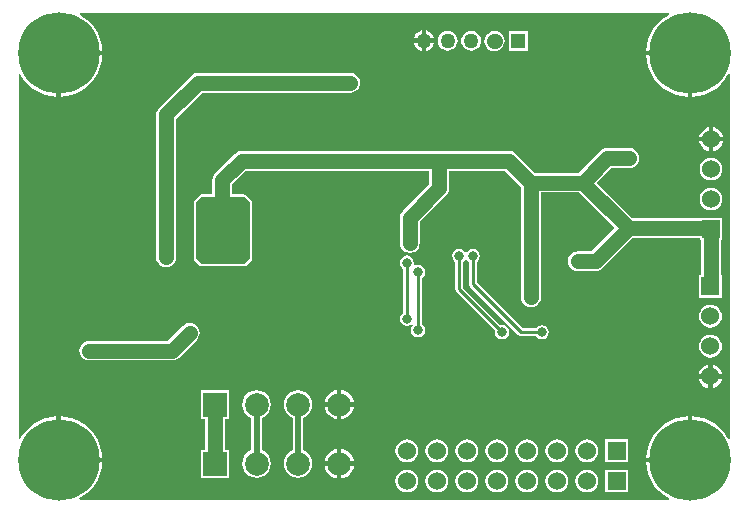
<source format=gbr>
%FSTAX23Y23*%
%MOIN*%
%SFA1B1*%

%IPPOS*%
%ADD23C,0.050000*%
%ADD24C,0.010000*%
%ADD27C,0.009842*%
%ADD28C,0.019685*%
%ADD29C,0.060000*%
%ADD30R,0.060000X0.060000*%
%ADD31C,0.050000*%
%ADD32R,0.050000X0.050000*%
%ADD33C,0.078740*%
%ADD34R,0.078740X0.078740*%
%ADD35R,0.060000X0.060000*%
%ADD36C,0.271654*%
%ADD37C,0.039370*%
%ADD38C,0.031496*%
%LNpcb1_copper_signal_bot-1*%
%LPD*%
G36*
X02179Y01628D02*
X02162Y01618D01*
X02144Y01603*
X02129Y01585*
X02117Y01566*
X02108Y01545*
X02103Y01522*
X02102Y01507*
X02248*
Y015*
X02255*
Y01354*
X0227Y01355*
X02293Y0136*
X02314Y01369*
X02334Y01381*
X02351Y01396*
X02366Y01414*
X02376Y0143*
X02381Y01429*
Y00214*
X02376Y00213*
X02366Y00229*
X02351Y00247*
X02334Y00262*
X02314Y00274*
X02293Y00282*
X0227Y00288*
X02255Y00289*
Y00143*
X02248*
Y00135*
X02102*
X02103Y0012*
X02108Y00098*
X02117Y00077*
X02129Y00057*
X02144Y0004*
X02162Y00025*
X02178Y00015*
X02177Y0001*
X00214Y0001*
X00212Y00015*
X00229Y00025*
X00247Y0004*
X00262Y00057*
X00274Y00077*
X00282Y00098*
X00288Y0012*
X00289Y00135*
X00143*
Y00143*
X00135*
Y00289*
X0012Y00288*
X00098Y00282*
X00077Y00274*
X00057Y00262*
X0004Y00247*
X00025Y00229*
X00015Y00213*
X0001Y00214*
Y01429*
X00015Y0143*
X00025Y01414*
X0004Y01396*
X00057Y01381*
X00077Y01369*
X00098Y0136*
X0012Y01355*
X00135Y01354*
Y015*
X00143*
Y01507*
X00289*
X00288Y01522*
X00282Y01545*
X00274Y01566*
X00262Y01585*
X00247Y01603*
X00229Y01618*
X00213Y01628*
X00214Y01633*
X02177Y01633*
X02179Y01628*
G37*
%LNpcb1_copper_signal_bot-2*%
%LPC*%
G36*
X01369Y01575D02*
Y01549D01*
X01395*
X01395Y0155*
X01392Y01558*
X01386Y01566*
X01379Y01571*
X0137Y01575*
X01369Y01575*
G37*
G36*
X01353Y01575D02*
X01352Y01575D01*
X01343Y01571*
X01336Y01566*
X0133Y01558*
X01327Y0155*
X01327Y01549*
X01353*
Y01575*
G37*
G36*
X01709Y01574D02*
X01643D01*
Y01508*
X01709*
Y01574*
G37*
G36*
X01518Y01574D02*
X0151Y01573D01*
X01502Y0157*
X01495Y01564*
X0149Y01557*
X01486Y01549*
X01485Y01541*
X01486Y01532*
X0149Y01524*
X01495Y01517*
X01502Y01512*
X0151Y01509*
X01518Y01508*
X01527Y01509*
X01535Y01512*
X01542Y01517*
X01547Y01524*
X01551Y01532*
X01552Y01541*
X01551Y01549*
X01547Y01557*
X01542Y01564*
X01535Y0157*
X01527Y01573*
X01518Y01574*
G37*
G36*
X0144D02*
X01431Y01573D01*
X01423Y0157*
X01416Y01564*
X01411Y01557*
X01408Y01549*
X01407Y01541*
X01408Y01532*
X01411Y01524*
X01416Y01517*
X01423Y01512*
X01431Y01509*
X0144Y01508*
X01448Y01509*
X01456Y01512*
X01463Y01517*
X01468Y01524*
X01472Y01532*
X01473Y01541*
X01472Y01549*
X01468Y01557*
X01463Y01564*
X01456Y0157*
X01448Y01573*
X0144Y01574*
G37*
G36*
X01395Y01533D02*
X01369D01*
Y01507*
X0137Y01507*
X01379Y0151*
X01386Y01516*
X01392Y01523*
X01395Y01532*
X01395Y01533*
G37*
G36*
X01353D02*
X01327D01*
X01327Y01532*
X0133Y01523*
X01336Y01516*
X01343Y0151*
X01352Y01507*
X01353Y01507*
Y01533*
G37*
G36*
X01597Y01574D02*
X01589Y01573D01*
X01581Y0157*
X01574Y01564*
X01572Y01562*
X01567Y01555*
X01563Y01547*
X01562Y01539*
X01563Y0153*
X01567Y01522*
X01572Y01515*
X01579Y0151*
X01587Y01507*
X01595Y01506*
X01604Y01507*
X01612Y0151*
X01619Y01515*
X01621Y01517*
X01621Y01517*
X01626Y01524*
X01629Y01532*
X0163Y01541*
X01629Y01549*
X01626Y01557*
X01621Y01564*
X01614Y0157*
X01606Y01573*
X01597Y01574*
G37*
G36*
X0224Y01492D02*
X02102D01*
X02103Y01477*
X02108Y01454*
X02117Y01433*
X02129Y01414*
X02144Y01396*
X02162Y01381*
X02181Y01369*
X02202Y0136*
X02225Y01355*
X0224Y01354*
Y01492*
G37*
G36*
X00289D02*
X00151D01*
Y01354*
X00166Y01355*
X00188Y0136*
X0021Y01369*
X00229Y01381*
X00247Y01396*
X00262Y01414*
X00274Y01433*
X00282Y01454*
X00288Y01477*
X00289Y01492*
G37*
G36*
X02326Y01252D02*
Y01221D01*
X02358*
X02357Y01223*
X02353Y01233*
X02347Y01241*
X02338Y01248*
X02329Y01252*
X02326Y01252*
G37*
G36*
X0231D02*
X02308Y01252D01*
X02298Y01248*
X0229Y01241*
X02283Y01233*
X02279Y01223*
X02279Y01221*
X0231*
Y01252*
G37*
G36*
X02358Y01205D02*
X02326D01*
Y01173*
X02329Y01174*
X02338Y01178*
X02347Y01184*
X02353Y01193*
X02357Y01202*
X02358Y01205*
G37*
G36*
X0231D02*
X02279D01*
X02279Y01202*
X02283Y01193*
X0229Y01184*
X02298Y01178*
X02308Y01174*
X0231Y01173*
Y01205*
G37*
G36*
X02045Y01183D02*
X01972D01*
X01963Y01182*
X01955Y01179*
X01949Y01173*
X01877Y01101*
X01731*
X01668Y01164*
X01661Y0117*
X01653Y01173*
X01645Y01174*
X00754*
X00746Y01173*
X00738Y0117*
X00731Y01164*
X00666Y01099*
X00661Y01092*
X00657Y01084*
X00656Y01076*
Y01029*
X00619*
X00619*
X00616Y01028*
X00614Y01026*
X00596Y01008*
X00594Y01006*
X00593Y01003*
Y00817*
X00594Y00814*
X00596Y00811*
X00616Y00791*
X00618Y00789*
X00621Y00789*
X00761*
X00764Y00789*
X00767Y00791*
Y00791*
X00787Y00811*
X00787*
X00789Y00814*
X00789Y00817*
X00789Y01002*
X00789Y01005*
X00787Y01007*
X00768Y01026*
X00765Y01028*
X00762Y01029*
X00722Y01029*
Y01062*
X00768Y01108*
X01379*
Y01063*
X01291Y00974*
X01286Y00967*
X01282Y00959*
X01281Y00951*
Y00867*
X01282Y00858*
X01286Y0085*
X01291Y00843*
X01298Y00838*
X01306Y00835*
X01314Y00834*
X01323Y00835*
X01331Y00838*
X01338Y00843*
X01343Y0085*
X01346Y00858*
X01347Y00867*
Y00937*
X01436Y01025*
X01441Y01032*
X01444Y0104*
X01445Y01049*
Y01108*
X01631*
X01684Y01054*
Y00686*
X01686Y00677*
X01689Y00669*
X01694Y00662*
X01701Y00657*
X01709Y00654*
X01718Y00653*
X01726Y00654*
X01734Y00657*
X01741Y00662*
X01746Y00669*
X0175Y00677*
X01751Y00686*
Y01035*
X01877*
X01996Y00916*
X01919Y00839*
X01873*
X01865Y00838*
X01857Y00835*
X0185Y00829*
X01845Y00822*
X01841Y00814*
X0184Y00806*
X01841Y00797*
X01845Y00789*
X0185Y00782*
X01857Y00777*
X01865Y00774*
X01873Y00773*
X01933*
X01941Y00774*
X01949Y00777*
X01956Y00782*
X02056Y00883*
X0228*
Y00875*
X02284*
Y0076*
X02278*
Y00684*
X02354*
Y0076*
X0235*
Y00875*
X02356*
Y00951*
X0228*
Y00949*
X02056*
X01937Y01068*
X01986Y01117*
X02045*
X02054Y01118*
X02062Y01121*
X02069Y01126*
X02074Y01133*
X02077Y01141*
X02078Y0115*
X02077Y01158*
X02074Y01166*
X02069Y01173*
X02062Y01179*
X02054Y01182*
X02045Y01183*
G37*
G36*
X02318Y01151D02*
X02308Y0115D01*
X02299Y01146*
X02291Y0114*
X02285Y01132*
X02281Y01123*
X0228Y01113*
X02281Y01103*
X02285Y01094*
X02291Y01086*
X02299Y0108*
X02308Y01076*
X02318Y01075*
X02328Y01076*
X02337Y0108*
X02345Y01086*
X02351Y01094*
X02355Y01103*
X02356Y01113*
X02355Y01123*
X02351Y01132*
X02345Y0114*
X02337Y01146*
X02328Y0115*
X02318Y01151*
G37*
G36*
Y01051D02*
X02308Y0105D01*
X02299Y01046*
X02291Y0104*
X02285Y01032*
X02281Y01023*
X0228Y01013*
X02281Y01003*
X02285Y00994*
X02291Y00986*
X02299Y0098*
X02308Y00976*
X02318Y00975*
X02328Y00976*
X02337Y0098*
X02345Y00986*
X02351Y00994*
X02355Y01003*
X02356Y01013*
X02355Y01023*
X02351Y01032*
X02345Y0104*
X02337Y01046*
X02328Y0105*
X02318Y01051*
G37*
G36*
X01115Y01434D02*
X00607D01*
X00599Y01433*
X00591Y0143*
X00584Y01424*
X00478Y01318*
X00473Y01311*
X00469Y01303*
X00468Y01295*
Y00819*
X00469Y0081*
X00473Y00802*
X00478Y00795*
X00485Y0079*
X00493Y00787*
X00501Y00786*
X0051Y00787*
X00518Y0079*
X00525Y00795*
X0053Y00802*
X00533Y0081*
X00535Y00819*
Y01281*
X00621Y01368*
X01115*
X01124Y01369*
X01132Y01372*
X01139Y01377*
X01144Y01384*
X01147Y01392*
X01148Y01401*
X01147Y01409*
X01144Y01417*
X01139Y01424*
X01132Y0143*
X01124Y01433*
X01115Y01434*
G37*
G36*
X02316Y0066D02*
X02306Y00659D01*
X02297Y00655*
X02289Y00649*
X02283Y00641*
X02279Y00632*
X02278Y00622*
X02279Y00612*
X02283Y00603*
X02289Y00595*
X02297Y00589*
X02306Y00585*
X02316Y00584*
X02326Y00585*
X02335Y00589*
X02343Y00595*
X02349Y00603*
X02353Y00612*
X02354Y00622*
X02353Y00632*
X02349Y00641*
X02343Y00649*
X02335Y00655*
X02326Y00659*
X02316Y0066*
G37*
G36*
X01304Y00825D02*
X01295Y00823D01*
X01287Y00818*
X01282Y0081*
X0128Y00801*
X01282Y00792*
X01287Y00784*
X01291Y00781*
Y00633*
X01287Y00631*
X01282Y00623*
X0128Y00614*
X01282Y00605*
X01287Y00597*
X01295Y00592*
X01304Y0059*
X01313Y00592*
X01321Y00596*
X01324Y00593*
X01319Y00585*
X01317Y00576*
X01319Y00567*
X01324Y00559*
X01332Y00554*
X01341Y00552*
X0135Y00554*
X01358Y00559*
X01363Y00567*
X01365Y00576*
X01363Y00585*
X01358Y00593*
X01354Y00595*
Y00751*
X01358Y00753*
X01363Y00761*
X01365Y0077*
X01363Y00779*
X01358Y00787*
X0135Y00792*
X01341Y00794*
X01332Y00792*
X01327Y00796*
X01328Y00801*
X01326Y0081*
X01321Y00818*
X01313Y00823*
X01304Y00825*
G37*
G36*
X01479Y00848D02*
X0147Y00846D01*
X01462Y00841*
X01457Y00833*
X01455Y00824*
X01457Y00815*
X01462Y00807*
X01466Y00804*
Y00712*
X01467Y00707*
X0147Y00703*
X01598Y00575*
X01597Y0057*
X01598Y00561*
X01604Y00553*
X01612Y00548*
X01621Y00546*
X0163Y00548*
X01638Y00553*
X01643Y00561*
X01645Y0057*
X01643Y0058*
X01638Y00587*
X0163Y00593*
X01621Y00594*
X01616Y00593*
X01492Y00717*
Y00804*
X01496Y00807*
X01498Y0081*
X01504*
X01507Y00807*
X01511Y00804*
Y0073*
X01512Y00725*
X01514Y00721*
X01676Y0056*
X0168Y00557*
X01685Y00556*
X01735*
X01737Y00552*
X01745Y00547*
X01754Y00545*
X01763Y00547*
X01771Y00552*
X01776Y0056*
X01778Y00569*
X01776Y00578*
X01771Y00586*
X01763Y00591*
X01754Y00593*
X01745Y00591*
X01737Y00586*
X01735Y00582*
X01691*
X01537Y00736*
Y00804*
X01541Y00807*
X01546Y00814*
X01548Y00824*
X01546Y00833*
X01541Y00841*
X01533Y00846*
X01524Y00848*
X01515Y00846*
X01507Y00841*
X01505Y00837*
X01499*
X01496Y00841*
X01488Y00846*
X01479Y00848*
G37*
G36*
X02316Y0056D02*
X02306Y00559D01*
X02297Y00555*
X02289Y00549*
X02283Y00541*
X02279Y00532*
X02278Y00522*
X02279Y00512*
X02283Y00503*
X02289Y00495*
X02297Y00489*
X02306Y00485*
X02316Y00484*
X02326Y00485*
X02335Y00489*
X02343Y00495*
X02349Y00503*
X02353Y00512*
X02354Y00522*
X02353Y00532*
X02349Y00541*
X02343Y00549*
X02335Y00555*
X02326Y00559*
X02316Y0056*
G37*
G36*
X0058Y00601D02*
X00572Y006D01*
X00564Y00597*
X00557Y00591*
X00506Y00541*
X00245*
X00237Y0054*
X00229Y00537*
X00222Y00531*
X00217Y00524*
X00213Y00516*
X00212Y00508*
X00213Y00499*
X00217Y00491*
X00222Y00484*
X00229Y00479*
X00237Y00476*
X00245Y00475*
X0052*
X00529Y00476*
X00537Y00479*
X00544Y00484*
X00604Y00544*
X00609Y00551*
X00612Y00559*
X00613Y00568*
X00612Y00576*
X00609Y00584*
X00604Y00591*
X00597Y00597*
X00589Y006*
X0058Y00601*
G37*
G36*
X02324Y00461D02*
Y0043D01*
X02356*
X02355Y00432*
X02351Y00442*
X02345Y0045*
X02336Y00457*
X02327Y00461*
X02324Y00461*
G37*
G36*
X02308D02*
X02306Y00461D01*
X02296Y00457*
X02288Y0045*
X02281Y00442*
X02277Y00432*
X02277Y0043*
X02308*
Y00461*
G37*
G36*
Y00414D02*
X02277D01*
X02277Y00411*
X02281Y00402*
X02288Y00393*
X02296Y00387*
X02306Y00383*
X02308Y00382*
Y00414*
G37*
G36*
X02356D02*
X02324D01*
Y00382*
X02327Y00383*
X02336Y00387*
X02345Y00393*
X02351Y00402*
X02355Y00411*
X02356Y00414*
G37*
G36*
X01086Y00377D02*
Y00336D01*
X01127*
X01127Y00341*
X01122Y00353*
X01114Y00363*
X01104Y00371*
X01092Y00376*
X01086Y00377*
G37*
G36*
X01071D02*
X01066Y00376D01*
X01054Y00371*
X01043Y00363*
X01035Y00353*
X01031Y00341*
X0103Y00336*
X01071*
Y00377*
G37*
G36*
X01127Y0032D02*
X01086D01*
Y00279*
X01092Y0028*
X01104Y00285*
X01114Y00293*
X01122Y00303*
X01127Y00315*
X01127Y0032*
G37*
G36*
X01071D02*
X0103D01*
X01031Y00315*
X01035Y00303*
X01043Y00293*
X01054Y00285*
X01066Y0028*
X01071Y00279*
Y0032*
G37*
G36*
X0224Y00289D02*
X02225Y00288D01*
X02202Y00282*
X02181Y00274*
X02162Y00262*
X02144Y00247*
X02129Y00229*
X02117Y0021*
X02108Y00188*
X02103Y00166*
X02102Y00151*
X0224*
Y00289*
G37*
G36*
X00151D02*
Y00151D01*
X00289*
X00288Y00166*
X00282Y00188*
X00274Y0021*
X00262Y00229*
X00247Y00247*
X00229Y00262*
X0021Y00274*
X00188Y00282*
X00166Y00288*
X00151Y00289*
G37*
G36*
X01086Y0018D02*
Y00139D01*
X01127*
X01127Y00144*
X01122Y00156*
X01114Y00166*
X01104Y00174*
X01092Y00179*
X01086Y0018*
G37*
G36*
X01071D02*
X01066Y00179D01*
X01054Y00174*
X01043Y00166*
X01035Y00156*
X01031Y00144*
X0103Y00139*
X01071*
Y0018*
G37*
G36*
X02042Y00212D02*
X01966D01*
Y00136*
X02042*
Y00212*
G37*
G36*
X01904Y00212D02*
X01894Y00211D01*
X01885Y00207*
X01877Y00201*
X01871Y00193*
X01867Y00184*
X01866Y00174*
X01867Y00164*
X01871Y00155*
X01877Y00147*
X01885Y00141*
X01894Y00137*
X01904Y00136*
X01914Y00137*
X01923Y00141*
X01931Y00147*
X01937Y00155*
X01941Y00164*
X01942Y00174*
X01941Y00184*
X01937Y00193*
X01931Y00201*
X01923Y00207*
X01914Y00211*
X01904Y00212*
G37*
G36*
X01804D02*
X01794Y00211D01*
X01785Y00207*
X01777Y00201*
X01771Y00193*
X01767Y00184*
X01766Y00174*
X01767Y00164*
X01771Y00155*
X01777Y00147*
X01785Y00141*
X01794Y00137*
X01804Y00136*
X01814Y00137*
X01823Y00141*
X01831Y00147*
X01837Y00155*
X01841Y00164*
X01842Y00174*
X01841Y00184*
X01837Y00193*
X01831Y00201*
X01823Y00207*
X01814Y00211*
X01804Y00212*
G37*
G36*
X01704D02*
X01694Y00211D01*
X01685Y00207*
X01677Y00201*
X01671Y00193*
X01667Y00184*
X01666Y00174*
X01667Y00164*
X01671Y00155*
X01677Y00147*
X01685Y00141*
X01694Y00137*
X01704Y00136*
X01714Y00137*
X01723Y00141*
X01731Y00147*
X01737Y00155*
X01741Y00164*
X01742Y00174*
X01741Y00184*
X01737Y00193*
X01731Y00201*
X01723Y00207*
X01714Y00211*
X01704Y00212*
G37*
G36*
X01604D02*
X01594Y00211D01*
X01585Y00207*
X01577Y00201*
X01571Y00193*
X01567Y00184*
X01566Y00174*
X01567Y00164*
X01571Y00155*
X01577Y00147*
X01585Y00141*
X01594Y00137*
X01604Y00136*
X01614Y00137*
X01623Y00141*
X01631Y00147*
X01637Y00155*
X01641Y00164*
X01642Y00174*
X01641Y00184*
X01637Y00193*
X01631Y00201*
X01623Y00207*
X01614Y00211*
X01604Y00212*
G37*
G36*
X01504D02*
X01494Y00211D01*
X01485Y00207*
X01477Y00201*
X01471Y00193*
X01467Y00184*
X01466Y00174*
X01467Y00164*
X01471Y00155*
X01477Y00147*
X01485Y00141*
X01494Y00137*
X01504Y00136*
X01514Y00137*
X01523Y00141*
X01531Y00147*
X01537Y00155*
X01541Y00164*
X01542Y00174*
X01541Y00184*
X01537Y00193*
X01531Y00201*
X01523Y00207*
X01514Y00211*
X01504Y00212*
G37*
G36*
X01404D02*
X01394Y00211D01*
X01385Y00207*
X01377Y00201*
X01371Y00193*
X01367Y00184*
X01366Y00174*
X01367Y00164*
X01371Y00155*
X01377Y00147*
X01385Y00141*
X01394Y00137*
X01404Y00136*
X01414Y00137*
X01423Y00141*
X01431Y00147*
X01437Y00155*
X01441Y00164*
X01442Y00174*
X01441Y00184*
X01437Y00193*
X01431Y00201*
X01423Y00207*
X01414Y00211*
X01404Y00212*
G37*
G36*
X01304D02*
X01294Y00211D01*
X01285Y00207*
X01277Y00201*
X01271Y00193*
X01267Y00184*
X01266Y00174*
X01267Y00164*
X01271Y00155*
X01277Y00147*
X01285Y00141*
X01294Y00137*
X01304Y00136*
X01314Y00137*
X01323Y00141*
X01331Y00147*
X01337Y00155*
X01341Y00164*
X01342Y00174*
X01341Y00184*
X01337Y00193*
X01331Y00201*
X01323Y00207*
X01314Y00211*
X01304Y00212*
G37*
G36*
X00712Y00375D02*
X00618D01*
Y00281*
X00632*
Y00178*
X00618*
Y00084*
X00712*
Y00178*
X00698*
Y00281*
X00712*
Y00375*
G37*
G36*
X00941Y00376D02*
X00928Y00374D01*
X00917Y00369*
X00907Y00362*
X009Y00352*
X00895Y0034*
X00893Y00328*
X00895Y00316*
X009Y00304*
X00907Y00294*
X00917Y00287*
X00923Y00284*
Y00175*
X00917Y00172*
X00907Y00165*
X009Y00155*
X00895Y00143*
X00893Y00131*
X00895Y00119*
X009Y00107*
X00907Y00097*
X00917Y0009*
X00928Y00085*
X00941Y00083*
X00953Y00085*
X00965Y0009*
X00975Y00097*
X00982Y00107*
X00987Y00119*
X00988Y00131*
X00987Y00143*
X00982Y00155*
X00975Y00165*
X00965Y00172*
X00959Y00175*
Y00284*
X00965Y00287*
X00975Y00294*
X00982Y00304*
X00987Y00316*
X00988Y00328*
X00987Y0034*
X00982Y00352*
X00975Y00362*
X00965Y00369*
X00953Y00374*
X00941Y00376*
G37*
G36*
X00803D02*
X00791Y00374D01*
X00779Y00369*
X00769Y00362*
X00762Y00352*
X00757Y0034*
X00755Y00328*
X00757Y00316*
X00762Y00304*
X00769Y00294*
X00779Y00287*
X00785Y00284*
Y00175*
X00779Y00172*
X00769Y00165*
X00762Y00155*
X00757Y00143*
X00755Y00131*
X00757Y00119*
X00762Y00107*
X00769Y00097*
X00779Y0009*
X00791Y00085*
X00803Y00083*
X00815Y00085*
X00827Y0009*
X00837Y00097*
X00844Y00107*
X00849Y00119*
X00851Y00131*
X00849Y00143*
X00844Y00155*
X00837Y00165*
X00827Y00172*
X00821Y00175*
Y00284*
X00827Y00287*
X00837Y00294*
X00844Y00304*
X00849Y00316*
X00851Y00328*
X00849Y0034*
X00844Y00352*
X00837Y00362*
X00827Y00369*
X00815Y00374*
X00803Y00376*
G37*
G36*
X01127Y00123D02*
X01086D01*
Y00082*
X01092Y00083*
X01104Y00088*
X01114Y00096*
X01122Y00106*
X01127Y00118*
X01127Y00123*
G37*
G36*
X01071D02*
X0103D01*
X01031Y00118*
X01035Y00106*
X01043Y00096*
X01054Y00088*
X01066Y00083*
X01071Y00082*
Y00123*
G37*
G36*
X02042Y00111D02*
X01966D01*
Y00035*
X02042*
Y00111*
G37*
G36*
X01904Y00111D02*
X01894Y0011D01*
X01885Y00106*
X01877Y001*
X01871Y00092*
X01867Y00083*
X01866Y00073*
X01867Y00063*
X01871Y00054*
X01877Y00046*
X01885Y0004*
X01894Y00036*
X01904Y00035*
X01914Y00036*
X01923Y0004*
X01931Y00046*
X01937Y00054*
X01941Y00063*
X01942Y00073*
X01941Y00083*
X01937Y00092*
X01931Y001*
X01923Y00106*
X01914Y0011*
X01904Y00111*
G37*
G36*
X01804D02*
X01794Y0011D01*
X01785Y00106*
X01777Y001*
X01771Y00092*
X01767Y00083*
X01766Y00073*
X01767Y00063*
X01771Y00054*
X01777Y00046*
X01785Y0004*
X01794Y00036*
X01804Y00035*
X01814Y00036*
X01823Y0004*
X01831Y00046*
X01837Y00054*
X01841Y00063*
X01842Y00073*
X01841Y00083*
X01837Y00092*
X01831Y001*
X01823Y00106*
X01814Y0011*
X01804Y00111*
G37*
G36*
X01704D02*
X01694Y0011D01*
X01685Y00106*
X01677Y001*
X01671Y00092*
X01667Y00083*
X01666Y00073*
X01667Y00063*
X01671Y00054*
X01677Y00046*
X01685Y0004*
X01694Y00036*
X01704Y00035*
X01714Y00036*
X01723Y0004*
X01731Y00046*
X01737Y00054*
X01741Y00063*
X01742Y00073*
X01741Y00083*
X01737Y00092*
X01731Y001*
X01723Y00106*
X01714Y0011*
X01704Y00111*
G37*
G36*
X01604D02*
X01594Y0011D01*
X01585Y00106*
X01577Y001*
X01571Y00092*
X01567Y00083*
X01566Y00073*
X01567Y00063*
X01571Y00054*
X01577Y00046*
X01585Y0004*
X01594Y00036*
X01604Y00035*
X01614Y00036*
X01623Y0004*
X01631Y00046*
X01637Y00054*
X01641Y00063*
X01642Y00073*
X01641Y00083*
X01637Y00092*
X01631Y001*
X01623Y00106*
X01614Y0011*
X01604Y00111*
G37*
G36*
X01504D02*
X01494Y0011D01*
X01485Y00106*
X01477Y001*
X01471Y00092*
X01467Y00083*
X01466Y00073*
X01467Y00063*
X01471Y00054*
X01477Y00046*
X01485Y0004*
X01494Y00036*
X01504Y00035*
X01514Y00036*
X01523Y0004*
X01531Y00046*
X01537Y00054*
X01541Y00063*
X01542Y00073*
X01541Y00083*
X01537Y00092*
X01531Y001*
X01523Y00106*
X01514Y0011*
X01504Y00111*
G37*
G36*
X01404D02*
X01394Y0011D01*
X01385Y00106*
X01377Y001*
X01371Y00092*
X01367Y00083*
X01366Y00073*
X01367Y00063*
X01371Y00054*
X01377Y00046*
X01385Y0004*
X01394Y00036*
X01404Y00035*
X01414Y00036*
X01423Y0004*
X01431Y00046*
X01437Y00054*
X01441Y00063*
X01442Y00073*
X01441Y00083*
X01437Y00092*
X01431Y001*
X01423Y00106*
X01414Y0011*
X01404Y00111*
G37*
G36*
X01304D02*
X01294Y0011D01*
X01285Y00106*
X01277Y001*
X01271Y00092*
X01267Y00083*
X01266Y00073*
X01267Y00063*
X01271Y00054*
X01277Y00046*
X01285Y0004*
X01294Y00036*
X01304Y00035*
X01314Y00036*
X01323Y0004*
X01331Y00046*
X01337Y00054*
X01341Y00063*
X01342Y00073*
X01341Y00083*
X01337Y00092*
X01331Y001*
X01323Y00106*
X01314Y0011*
X01304Y00111*
G37*
%LNpcb1_copper_signal_bot-3*%
%LPD*%
G36*
X00762Y01021D02*
X00781Y01002D01*
Y00817*
X00761Y00797*
X00621*
X00601Y00817*
Y01003*
X00619Y01021*
X00762*
G37*
G54D23*
X00501Y00819D02*
Y01295D01*
X00607Y01401D02*
X01115D01*
X00501Y01295D02*
X00607Y01401D01*
X0052Y00508D02*
X0058Y00568D01*
X00245Y00508D02*
X0052D01*
X01718Y00686D02*
Y01068D01*
X01321Y01141D02*
X01645D01*
X0189Y01068D02*
X01972Y0115D01*
X02045*
X01933Y00806D02*
X02043Y00916D01*
X01873Y00806D02*
X01933D01*
X01061Y01141D02*
X01321D01*
X00754D02*
X01061D01*
X00689Y01076D02*
X00754Y01141D01*
X00689Y01001D02*
Y01076D01*
X01412Y01049D02*
Y0114D01*
X01314Y00951D02*
X01412Y01049D01*
X01314Y00867D02*
Y00951D01*
X01645Y01141D02*
X01718Y01068D01*
X01595Y01539D02*
X01597Y01541D01*
X00665Y00131D02*
Y00328D01*
X0189Y01068D02*
X02043Y00916D01*
X02317Y00912D02*
X02318Y00913D01*
X02317Y00723D02*
Y00912D01*
X02316Y00722D02*
X02317Y00723D01*
X02043Y00916D02*
X02315D01*
X02318Y00913*
X01718Y01068D02*
X0189D01*
G54D24*
X01479Y00712D02*
X01621Y0057D01*
X01479Y00712D02*
Y00824D01*
X01685Y00569D02*
X01754D01*
X01524Y0073D02*
X01685Y00569D01*
X01524Y0073D02*
Y00824D01*
G54D27*
X01304Y00614D02*
Y00801D01*
X01341Y00576D02*
Y0077D01*
G54D28*
X00941Y00131D02*
Y00328D01*
X00803Y00131D02*
Y00328D01*
G54D29*
X01504Y00073D03*
X01604D03*
X01704D03*
X01904D03*
X01804D03*
X01404D03*
X01304D03*
X01504Y00174D03*
X01604D03*
X01704D03*
X01904D03*
X01804D03*
X01404D03*
X01304D03*
X02316Y00522D03*
Y00622D03*
Y00422D03*
X02318Y01113D03*
Y01013D03*
Y01213D03*
G54D30*
X02004Y00073D03*
Y00174D03*
G54D31*
X01361Y01541D03*
X0144D03*
X01518D03*
X01597D03*
G54D32*
X01676Y01541D03*
G54D33*
X00941Y00131D03*
X00803D03*
Y00328D03*
X00941D03*
X01079D03*
Y00131D03*
G54D34*
X00665Y00131D03*
Y00328D03*
G54D35*
X02316Y00722D03*
X02318Y00913D03*
G54D36*
X00143Y00143D03*
Y015D03*
X02248Y00143D03*
Y015D03*
G54D37*
X00501Y00819D03*
X0058Y00568D03*
X00245Y00508D03*
G54D38*
X01621Y0057D03*
X01304Y00801D03*
Y00614D03*
X01341Y00576D03*
Y0077D03*
X01754Y00569D03*
X02045Y0115D03*
X01115Y01401D03*
X00906Y01208D03*
X01462Y01033D03*
X01118Y01193D03*
X01061Y01141D03*
X00578Y00638D03*
X00627D03*
X01524Y00824D03*
X01479Y00824D03*
X0164Y008D03*
X01718Y00686D03*
X0069Y00835D03*
X0064D03*
X00742D03*
X0069Y0087D03*
X0064D03*
X00742D03*
X00741Y01001D03*
X00639D03*
X00689D03*
X00277Y00798D03*
X00213D03*
X00983Y00651D03*
X0012Y00998D03*
Y01097D03*
Y01194D03*
X01112Y0095D03*
X01412Y0114D03*
X01431Y00887D03*
X02024Y00806D03*
X01873D03*
X01321Y01141D03*
X01227Y00919D03*
X01314Y00867D03*
X01438Y01233D03*
X00602Y00638D03*
X01667Y01005D03*
X02085Y00472D03*
X01718Y01068D03*
X00245Y00798D03*
X01862Y0057D03*
X01582Y00484D03*
M02*
</source>
